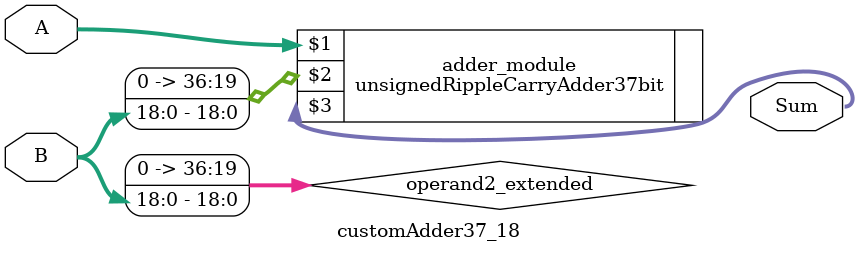
<source format=v>
module customAdder37_18(
                        input [36 : 0] A,
                        input [18 : 0] B,
                        
                        output [37 : 0] Sum
                );

        wire [36 : 0] operand2_extended;
        
        assign operand2_extended =  {18'b0, B};
        
        unsignedRippleCarryAdder37bit adder_module(
            A,
            operand2_extended,
            Sum
        );
        
        endmodule
        
</source>
